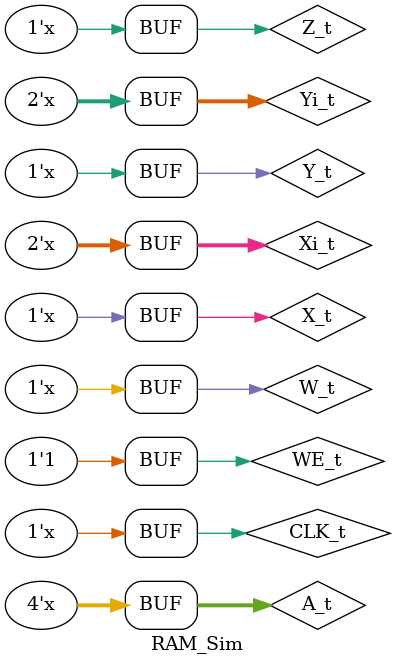
<source format=v>
module F1(
  input W,
  input X,
  input Y,
  input Z,
  output F1_out
  );
  
  assign F1_out = (W & X & Y & Z) | (W & ~X & ~Y & Z);
endmodule

module TwoBitAdder(
  input [1:0] X,
  input [1:0] Y,
  output [1:0] Sum,
  output Cout
  );
  
  assign Sum[0] = X[0] | Y[0];
  assign Sum[1] = X[1] | Y[1];
  assign Cout = (X[1] & Y[1]) | (X[0] & Y[0]);
endmodule

module RAM_1(
  input CLK,
  input WE,
  input [3:0] A,
  input W,
  input X,
  input Y,
  input Z,
  input [1:0] Xi,
  input [1:0] Yi,
  output [3:0] Do
  );
  
  wire [3:0] Di;
  reg [3:0] RAM [31:0];
  
  F1 f1(.W(W), .X(X), .Y(Y), .Z(Z), .F1_out(Di[0]));
  TwoBitAdder twoBitAdder(.X(Xi[1:0]), .Y(Yi[1:0]), .Sum(Di[2:1]), .Cout(Di[3]));
  
  always@(posedge CLK)
    begin
      if(WE)
        RAM[A] <= Di;
    end
  
  assign Do = RAM[A];
endmodule

//  32x4 RAM simulation code
module RAM_Sim(
  );
  reg CLK_t;
  reg WE_t;
  reg [3:0] A_t;
  reg W_t;
  reg X_t;
  reg Y_t;
  reg Z_t;
  reg [1:0] Xi_t;
  reg [1:0] Yi_t;
  wire [3:0] Do_t;
  
  RAM_1 UUT(
    .CLK(CLK_t),
    .WE(WE_t),
    .A(A_t),
    .W(W_t),
    .X(X_t),
    .Y(Y_t),
    .Z(Z_t),
    .Xi(Xi_t),
    .Yi(Yi_t),
    .Do(Do_t)
    );
  initial begin
    CLK_t = 1'b0;
    WE_t = 1'b1;
    A_t = 4'b0000;
    W_t = 1'b0;
    X_t = 1'b0;
    Y_t = 1'b0;
    Z_t = 1'b0;
    Xi_t = 2'b00;
    Yi_t = 2'b00;
  end
  
  always #5 CLK_t = ~CLK_t;
  always #15 A_t = A_t + 1;
  always #80 W_t = ~W_t;
  always #40 X_t = ~X_t;
  always #20 Y_t = ~Y_t;
  always #10 Z_t = ~Z_t;
  always #40 Xi_t = Xi_t + 1;
  always #10 Yi_t = Yi_t + 1;
endmodule

</source>
